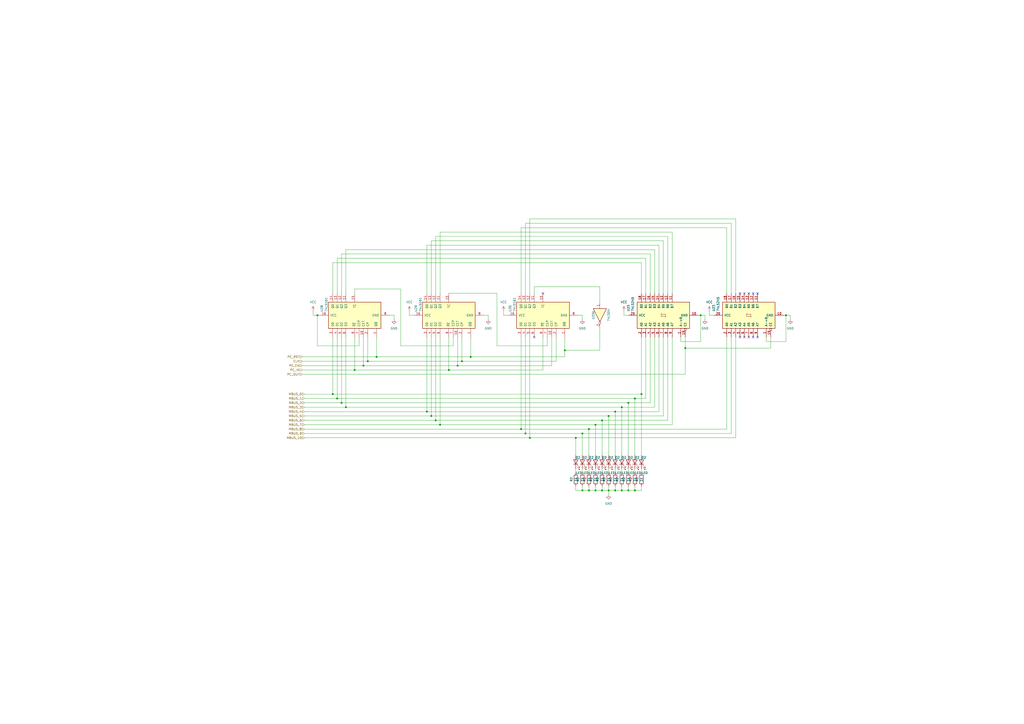
<source format=kicad_sch>
(kicad_sch (version 20230121) (generator eeschema)
  (paper "A2")
  (lib_symbols
    (symbol "74xx:74LS04"
      (property "Reference" "U" (at 0 1.27 0))
      (property "Value" "74LS04" (at 0 -1.27 0))
      (symbol "74LS04_1_0"
        (polyline (pts (xy -3.81 3.81) (xy -3.81 -3.81) (xy 3.81 0) (xy -3.81 3.81)) (stroke (width 0.254)) (fill (type background)))
        (pin input line (at -7.62 0 0) (length 3.81) (name "~") (number "1"))
        (pin output inverted (at 7.62 0 180) (length 3.81) (name "~") (number "2"))
      )
      (symbol "74LS04_2_0"
        (polyline (pts (xy -3.81 3.81) (xy -3.81 -3.81) (xy 3.81 0) (xy -3.81 3.81)) (stroke (width 0.254)) (fill (type background)))
        (pin input line (at -7.62 0 0) (length 3.81) (name "~") (number "3"))
        (pin output inverted (at 7.62 0 180) (length 3.81) (name "~") (number "4"))
      )
      (symbol "74LS04_3_0"
        (polyline (pts (xy -3.81 3.81) (xy -3.81 -3.81) (xy 3.81 0) (xy -3.81 3.81)) (stroke (width 0.254)) (fill (type background)))
        (pin input line (at -7.62 0 0) (length 3.81) (name "~") (number "5"))
        (pin output inverted (at 7.62 0 180) (length 3.81) (name "~") (number "6"))
      )
      (symbol "74LS04_4_0"
        (polyline (pts (xy -3.81 3.81) (xy -3.81 -3.81) (xy 3.81 0) (xy -3.81 3.81)) (stroke (width 0.254)) (fill (type background)))
        (pin output inverted (at 7.62 0 180) (length 3.81) (name "~") (number "8"))
        (pin input line (at -7.62 0 0) (length 3.81) (name "~") (number "9"))
      )
      (symbol "74LS04_5_0"
        (polyline (pts (xy -3.81 3.81) (xy -3.81 -3.81) (xy 3.81 0) (xy -3.81 3.81)) (stroke (width 0.254)) (fill (type background)))
        (pin output inverted (at 7.62 0 180) (length 3.81) (name "~") (number "10"))
        (pin input line (at -7.62 0 0) (length 3.81) (name "~") (number "11"))
      )
      (symbol "74LS04_6_0"
        (polyline (pts (xy -3.81 3.81) (xy -3.81 -3.81) (xy 3.81 0) (xy -3.81 3.81)) (stroke (width 0.254)) (fill (type background)))
        (pin output inverted (at 7.62 0 180) (length 3.81) (name "~") (number "12"))
        (pin input line (at -7.62 0 0) (length 3.81) (name "~") (number "13"))
      )
      (symbol "74LS04_7_0"
        (pin power_in line (at 0 12.7 270) (length 5.08) (name "VCC") (number "14"))
        (pin power_in line (at 0 -12.7 90) (length 5.08) (name "GND") (number "7"))
      )
      (symbol "74LS04_7_1"
        (rectangle (start -5.08 7.62) (end 5.08 -7.62) (stroke (width 0.254)) (fill (type background)))
      )
    )
    (symbol "74xx:74LS161" (pin_names (offset 1.016))
      (property "Reference" "U" (at -7.62 16.51 0))
      (property "Value" "74LS161" (at -7.62 -16.51 0))
      (symbol "74LS161_1_0"
        (pin input line (at -12.7 -12.7 0) (length 5.08) (name "~{MR}") (number "1"))
        (pin input line (at -12.7 -5.08 0) (length 5.08) (name "CET") (number "10"))
        (pin output line (at 12.7 5.08 180) (length 5.08) (name "Q3") (number "11"))
        (pin output line (at 12.7 7.62 180) (length 5.08) (name "Q2") (number "12"))
        (pin output line (at 12.7 10.16 180) (length 5.08) (name "Q1") (number "13"))
        (pin output line (at 12.7 12.7 180) (length 5.08) (name "Q0") (number "14"))
        (pin output line (at 12.7 0 180) (length 5.08) (name "TC") (number "15"))
        (pin power_in line (at 0 20.32 270) (length 5.08) (name "VCC") (number "16"))
        (pin input line (at -12.7 -7.62 0) (length 5.08) (name "CP") (number "2"))
        (pin input line (at -12.7 12.7 0) (length 5.08) (name "D0") (number "3"))
        (pin input line (at -12.7 10.16 0) (length 5.08) (name "D1") (number "4"))
        (pin input line (at -12.7 7.62 0) (length 5.08) (name "D2") (number "5"))
        (pin input line (at -12.7 5.08 0) (length 5.08) (name "D3") (number "6"))
        (pin input line (at -12.7 -2.54 0) (length 5.08) (name "CEP") (number "7"))
        (pin power_in line (at 0 -20.32 90) (length 5.08) (name "GND") (number "8"))
        (pin input line (at -12.7 0 0) (length 5.08) (name "~{PE}") (number "9"))
      )
      (symbol "74LS161_1_1"
        (rectangle (start -7.62 15.24) (end 7.62 -15.24) (stroke (width 0.254)) (fill (type background)))
      )
    )
    (symbol "74xx:74LS245" (pin_names (offset 1.016))
      (property "Reference" "U" (at -7.62 16.51 0))
      (property "Value" "74LS245" (at -7.62 -16.51 0))
      (symbol "74LS245_1_0"
        (polyline (pts (xy -0.635 -1.27) (xy -0.635 1.27) (xy 0.635 1.27)))
        (polyline (pts (xy -1.27 -1.27) (xy 0.635 -1.27) (xy 0.635 1.27) (xy 1.27 1.27)))
        (pin input line (at -12.7 -10.16 0) (length 5.08) (name "A->B") (number "1"))
        (pin power_in line (at 0 -20.32 90) (length 5.08) (name "GND") (number "10"))
        (pin tri_state line (at 12.7 -5.08 180) (length 5.08) (name "B7") (number "11"))
        (pin tri_state line (at 12.7 -2.54 180) (length 5.08) (name "B6") (number "12"))
        (pin tri_state line (at 12.7 0 180) (length 5.08) (name "B5") (number "13"))
        (pin tri_state line (at 12.7 2.54 180) (length 5.08) (name "B4") (number "14"))
        (pin tri_state line (at 12.7 5.08 180) (length 5.08) (name "B3") (number "15"))
        (pin tri_state line (at 12.7 7.62 180) (length 5.08) (name "B2") (number "16"))
        (pin tri_state line (at 12.7 10.16 180) (length 5.08) (name "B1") (number "17"))
        (pin tri_state line (at 12.7 12.7 180) (length 5.08) (name "B0") (number "18"))
        (pin input inverted (at -12.7 -12.7 0) (length 5.08) (name "CE") (number "19"))
        (pin tri_state line (at -12.7 12.7 0) (length 5.08) (name "A0") (number "2"))
        (pin power_in line (at 0 20.32 270) (length 5.08) (name "VCC") (number "20"))
        (pin tri_state line (at -12.7 10.16 0) (length 5.08) (name "A1") (number "3"))
        (pin tri_state line (at -12.7 7.62 0) (length 5.08) (name "A2") (number "4"))
        (pin tri_state line (at -12.7 5.08 0) (length 5.08) (name "A3") (number "5"))
        (pin tri_state line (at -12.7 2.54 0) (length 5.08) (name "A4") (number "6"))
        (pin tri_state line (at -12.7 0 0) (length 5.08) (name "A5") (number "7"))
        (pin tri_state line (at -12.7 -2.54 0) (length 5.08) (name "A6") (number "8"))
        (pin tri_state line (at -12.7 -5.08 0) (length 5.08) (name "A7") (number "9"))
      )
      (symbol "74LS245_1_1"
        (rectangle (start -7.62 15.24) (end 7.62 -15.24) (stroke (width 0.254)) (fill (type background)))
      )
    )
    (symbol "Device:LED" (pin_numbers hide) (pin_names (offset 1.016) hide)
      (property "Reference" "D" (at 0 2.54 0))
      (property "Value" "LED" (at 0 -2.54 0))
      (symbol "LED_0_1"
        (polyline (pts (xy -1.27 -1.27) (xy -1.27 1.27)) (stroke (width 0.254)))
        (polyline (pts (xy -1.27 0) (xy 1.27 0)))
        (polyline (pts (xy 1.27 -1.27) (xy 1.27 1.27) (xy -1.27 0) (xy 1.27 -1.27)) (stroke (width 0.254)))
        (polyline (pts (xy -3.048 -0.762) (xy -4.572 -2.286) (xy -3.81 -2.286) (xy -4.572 -2.286) (xy -4.572 -1.524)))
        (polyline (pts (xy -1.778 -0.762) (xy -3.302 -2.286) (xy -2.54 -2.286) (xy -3.302 -2.286) (xy -3.302 -1.524)))
      )
      (symbol "LED_1_1"
        (pin passive line (at -3.81 0 0) (length 2.54) (name "K") (number "1"))
        (pin passive line (at 3.81 0 180) (length 2.54) (name "A") (number "2"))
      )
    )
    (symbol "Device:R" (pin_numbers hide) (pin_names (offset 0))
      (property "Reference" "R" (at 2.032 0 90))
      (property "Value" "R" (at 0 0 90))
      (symbol "R_0_1"
        (rectangle (start -1.016 -2.54) (end 1.016 2.54) (stroke (width 0.254)))
      )
      (symbol "R_1_1"
        (pin passive line (at 0 3.81 270) (length 1.27) (name "~") (number "1"))
        (pin passive line (at 0 -3.81 90) (length 1.27) (name "~") (number "2"))
      )
    )
    (symbol "power:GND" (power) (pin_names (offset 0))
      (property "Value" "GND" (at 0 -3.81 0))
      (symbol "GND_0_1"
        (polyline (pts (xy 0 0) (xy 0 -1.27) (xy 1.27 -1.27) (xy 0 -2.54) (xy -1.27 -1.27) (xy 0 -1.27)))
      )
      (symbol "GND_1_1"
        (pin power_in line (at 0 0 270) (length 0) hide (name "GND") (number "1"))
      )
    )
    (symbol "power:VCC" (power) (pin_names (offset 0))
      (property "Value" "VCC" (at 0 3.81 0))
      (symbol "VCC_0_1"
        (polyline (pts (xy -0.762 1.27) (xy 0 2.54)))
        (polyline (pts (xy 0 0) (xy 0 2.54)))
        (polyline (pts (xy 0 2.54) (xy 0.762 1.27)))
      )
      (symbol "VCC_1_1"
        (pin power_in line (at 0 0 90) (length 0) hide (name "VCC") (number "1"))
      )
    )
  )
  (junction (at 210.82 212.09))
  (junction (at 250.19 241.3))
  (junction (at 341.63 284.48))
  (junction (at 255.27 246.38))
  (junction (at 356.87 238.76))
  (junction (at 368.3 231.14))
  (junction (at 205.74 214.63))
  (junction (at 364.49 233.68))
  (junction (at 304.8 251.46))
  (junction (at 397.51 201.93))
  (junction (at 252.73 243.84))
  (junction (at 193.04 228.6))
  (junction (at 213.36 209.55))
  (junction (at 184.15 182.88))
  (junction (at 360.68 236.22))
  (junction (at 356.87 284.48))
  (junction (at 349.25 243.84))
  (junction (at 345.44 246.38))
  (junction (at 364.49 284.48))
  (junction (at 368.3 284.48))
  (junction (at 372.11 228.6))
  (junction (at 353.06 241.3))
  (junction (at 218.44 207.01))
  (junction (at 337.82 251.46))
  (junction (at 341.63 248.92))
  (junction (at 267.97 209.55))
  (junction (at 360.68 284.48))
  (junction (at 247.65 238.76))
  (junction (at 353.06 284.48))
  (junction (at 265.43 212.09))
  (junction (at 195.58 231.14))
  (junction (at 334.01 254))
  (junction (at 327.66 203.2))
  (junction (at 455.93 182.88))
  (junction (at 198.12 233.68))
  (junction (at 349.25 284.48))
  (junction (at 307.34 254))
  (junction (at 273.05 207.01))
  (junction (at 406.4 182.88))
  (junction (at 260.35 214.63))
  (junction (at 200.66 236.22))
  (junction (at 345.44 284.48))
  (junction (at 337.82 284.48))
  (junction (at 302.26 248.92))
  (no_connect (at 309.88 195.58))
  (no_connect (at 434.34 170.18))
  (no_connect (at 439.42 195.58))
  (no_connect (at 434.34 195.58))
  (no_connect (at 429.26 195.58))
  (no_connect (at 436.88 195.58))
  (no_connect (at 429.26 170.18))
  (no_connect (at 436.88 170.18))
  (no_connect (at 439.42 170.18))
  (no_connect (at 314.96 170.18))
  (no_connect (at 431.8 170.18))
  (no_connect (at 431.8 195.58))
  (wire (pts (xy 210.82 212.09) (xy 265.43 212.09)))
  (wire (pts (xy 181.61 182.88) (xy 181.61 180.34)))
  (wire (pts (xy 252.73 137.16) (xy 387.35 137.16)))
  (wire (pts (xy 288.29 200.66) (xy 317.5 200.66)))
  (wire (pts (xy 372.11 152.4) (xy 372.11 170.18)))
  (wire (pts (xy 218.44 195.58) (xy 218.44 207.01)))
  (wire (pts (xy 345.44 246.38) (xy 255.27 246.38)))
  (wire (pts (xy 218.44 207.01) (xy 273.05 207.01)))
  (wire (pts (xy 349.25 281.94) (xy 349.25 284.48)))
  (wire (pts (xy 387.35 137.16) (xy 387.35 170.18)))
  (wire (pts (xy 320.04 212.09) (xy 320.04 195.58)))
  (wire (pts (xy 247.65 170.18) (xy 247.65 142.24)))
  (wire (pts (xy 426.72 127) (xy 426.72 170.18)))
  (wire (pts (xy 213.36 209.55) (xy 213.36 195.58)))
  (wire (pts (xy 193.04 195.58) (xy 193.04 228.6)))
  (wire (pts (xy 458.47 182.88) (xy 455.93 182.88)))
  (wire (pts (xy 368.3 284.48) (xy 372.11 284.48)))
  (wire (pts (xy 267.97 209.55) (xy 213.36 209.55)))
  (wire (pts (xy 184.15 200.66) (xy 208.28 200.66)))
  (wire (pts (xy 458.47 185.42) (xy 458.47 182.88)))
  (wire (pts (xy 237.49 180.34) (xy 237.49 182.88)))
  (wire (pts (xy 247.65 238.76) (xy 356.87 238.76)))
  (wire (pts (xy 255.27 134.62) (xy 255.27 170.18)))
  (wire (pts (xy 250.19 241.3) (xy 353.06 241.3)))
  (wire (pts (xy 247.65 142.24) (xy 382.27 142.24)))
  (wire (pts (xy 205.74 195.58) (xy 205.74 214.63)))
  (wire (pts (xy 406.4 198.12) (xy 406.4 182.88)))
  (wire (pts (xy 353.06 264.16) (xy 353.06 241.3)))
  (wire (pts (xy 444.5 198.12) (xy 455.93 198.12)))
  (wire (pts (xy 349.25 243.84) (xy 349.25 264.16)))
  (wire (pts (xy 394.97 195.58) (xy 394.97 198.12)))
  (wire (pts (xy 341.63 248.92) (xy 421.64 248.92)))
  (wire (pts (xy 374.65 231.14) (xy 368.3 231.14)))
  (wire (pts (xy 424.18 195.58) (xy 424.18 251.46)))
  (wire (pts (xy 198.12 147.32) (xy 377.19 147.32)))
  (wire (pts (xy 353.06 271.78) (xy 353.06 274.32)))
  (wire (pts (xy 411.48 182.88) (xy 414.02 182.88)))
  (wire (pts (xy 345.44 271.78) (xy 345.44 274.32)))
  (wire (pts (xy 424.18 129.54) (xy 304.8 129.54)))
  (wire (pts (xy 360.68 281.94) (xy 360.68 284.48)))
  (wire (pts (xy 205.74 167.64) (xy 232.41 167.64)))
  (wire (pts (xy 181.61 182.88) (xy 184.15 182.88)))
  (wire (pts (xy 372.11 228.6) (xy 372.11 195.58)))
  (wire (pts (xy 288.29 170.18) (xy 288.29 200.66)))
  (wire (pts (xy 176.53 248.92) (xy 302.26 248.92)))
  (wire (pts (xy 341.63 264.16) (xy 341.63 248.92)))
  (wire (pts (xy 334.01 271.78) (xy 334.01 274.32)))
  (wire (pts (xy 307.34 127) (xy 426.72 127)))
  (wire (pts (xy 304.8 251.46) (xy 176.53 251.46)))
  (wire (pts (xy 356.87 271.78) (xy 356.87 274.32)))
  (wire (pts (xy 250.19 139.7) (xy 250.19 170.18)))
  (wire (pts (xy 262.89 200.66) (xy 262.89 195.58)))
  (wire (pts (xy 337.82 281.94) (xy 337.82 284.48)))
  (wire (pts (xy 337.82 284.48) (xy 341.63 284.48)))
  (wire (pts (xy 302.26 132.08) (xy 421.64 132.08)))
  (wire (pts (xy 265.43 212.09) (xy 265.43 195.58)))
  (wire (pts (xy 184.15 182.88) (xy 184.15 200.66)))
  (wire (pts (xy 374.65 149.86) (xy 195.58 149.86)))
  (wire (pts (xy 372.11 228.6) (xy 372.11 264.16)))
  (wire (pts (xy 334.01 281.94) (xy 334.01 284.48)))
  (wire (pts (xy 411.48 180.34) (xy 411.48 182.88)))
  (wire (pts (xy 267.97 209.55) (xy 267.97 195.58)))
  (wire (pts (xy 334.01 284.48) (xy 337.82 284.48)))
  (wire (pts (xy 228.6 182.88) (xy 226.06 182.88)))
  (wire (pts (xy 198.12 195.58) (xy 198.12 233.68)))
  (wire (pts (xy 302.26 170.18) (xy 302.26 132.08)))
  (wire (pts (xy 364.49 281.94) (xy 364.49 284.48)))
  (wire (pts (xy 260.35 214.63) (xy 314.96 214.63)))
  (wire (pts (xy 273.05 207.01) (xy 273.05 195.58)))
  (wire (pts (xy 175.26 217.17) (xy 397.51 217.17)))
  (wire (pts (xy 347.98 203.2) (xy 327.66 203.2)))
  (wire (pts (xy 193.04 228.6) (xy 372.11 228.6)))
  (wire (pts (xy 176.53 246.38) (xy 255.27 246.38)))
  (wire (pts (xy 361.95 182.88) (xy 364.49 182.88)))
  (wire (pts (xy 374.65 170.18) (xy 374.65 149.86)))
  (wire (pts (xy 364.49 233.68) (xy 377.19 233.68)))
  (wire (pts (xy 345.44 281.94) (xy 345.44 284.48)))
  (wire (pts (xy 292.1 182.88) (xy 294.64 182.88)))
  (wire (pts (xy 307.34 170.18) (xy 307.34 127)))
  (wire (pts (xy 364.49 271.78) (xy 364.49 274.32)))
  (wire (pts (xy 334.01 254) (xy 426.72 254)))
  (wire (pts (xy 455.93 182.88) (xy 454.66 182.88)))
  (wire (pts (xy 232.41 200.66) (xy 262.89 200.66)))
  (wire (pts (xy 361.95 182.88) (xy 361.95 180.34)))
  (wire (pts (xy 374.65 195.58) (xy 374.65 231.14)))
  (wire (pts (xy 283.21 182.88) (xy 280.67 182.88)))
  (wire (pts (xy 252.73 195.58) (xy 252.73 243.84)))
  (wire (pts (xy 205.74 214.63) (xy 260.35 214.63)))
  (wire (pts (xy 307.34 195.58) (xy 307.34 254)))
  (wire (pts (xy 377.19 233.68) (xy 377.19 195.58)))
  (wire (pts (xy 360.68 284.48) (xy 364.49 284.48)))
  (wire (pts (xy 426.72 254) (xy 426.72 195.58)))
  (wire (pts (xy 273.05 207.01) (xy 327.66 207.01)))
  (wire (pts (xy 200.66 236.22) (xy 176.53 236.22)))
  (wire (pts (xy 394.97 198.12) (xy 406.4 198.12)))
  (wire (pts (xy 360.68 236.22) (xy 360.68 264.16)))
  (wire (pts (xy 317.5 200.66) (xy 317.5 195.58)))
  (wire (pts (xy 267.97 209.55) (xy 322.58 209.55)))
  (wire (pts (xy 379.73 195.58) (xy 379.73 236.22)))
  (wire (pts (xy 389.89 134.62) (xy 255.27 134.62)))
  (wire (pts (xy 210.82 195.58) (xy 210.82 212.09)))
  (wire (pts (xy 200.66 144.78) (xy 200.66 170.18)))
  (wire (pts (xy 327.66 207.01) (xy 327.66 203.2)))
  (wire (pts (xy 193.04 152.4) (xy 372.11 152.4)))
  (wire (pts (xy 302.26 248.92) (xy 341.63 248.92)))
  (wire (pts (xy 372.11 271.78) (xy 372.11 274.32)))
  (wire (pts (xy 327.66 203.2) (xy 327.66 195.58)))
  (wire (pts (xy 389.89 195.58) (xy 389.89 246.38)))
  (wire (pts (xy 356.87 264.16) (xy 356.87 238.76)))
  (wire (pts (xy 368.3 281.94) (xy 368.3 284.48)))
  (wire (pts (xy 356.87 281.94) (xy 356.87 284.48)))
  (wire (pts (xy 176.53 254) (xy 307.34 254)))
  (wire (pts (xy 195.58 149.86) (xy 195.58 170.18)))
  (wire (pts (xy 421.64 248.92) (xy 421.64 195.58)))
  (wire (pts (xy 353.06 284.48) (xy 353.06 287.02)))
  (wire (pts (xy 252.73 243.84) (xy 349.25 243.84)))
  (wire (pts (xy 368.3 231.14) (xy 195.58 231.14)))
  (wire (pts (xy 304.8 129.54) (xy 304.8 170.18)))
  (wire (pts (xy 447.04 201.93) (xy 447.04 195.58)))
  (wire (pts (xy 252.73 170.18) (xy 252.73 137.16)))
  (wire (pts (xy 408.94 182.88) (xy 406.4 182.88)))
  (wire (pts (xy 250.19 241.3) (xy 176.53 241.3)))
  (wire (pts (xy 353.06 281.94) (xy 353.06 284.48)))
  (wire (pts (xy 176.53 228.6) (xy 193.04 228.6)))
  (wire (pts (xy 292.1 180.34) (xy 292.1 182.88)))
  (wire (pts (xy 176.53 231.14) (xy 195.58 231.14)))
  (wire (pts (xy 397.51 195.58) (xy 397.51 201.93)))
  (wire (pts (xy 334.01 254) (xy 334.01 264.16)))
  (wire (pts (xy 195.58 231.14) (xy 195.58 195.58)))
  (wire (pts (xy 260.35 214.63) (xy 260.35 195.58)))
  (wire (pts (xy 307.34 254) (xy 334.01 254)))
  (wire (pts (xy 349.25 271.78) (xy 349.25 274.32)))
  (wire (pts (xy 384.81 170.18) (xy 384.81 139.7)))
  (wire (pts (xy 372.11 284.48) (xy 372.11 281.94)))
  (wire (pts (xy 382.27 238.76) (xy 382.27 195.58)))
  (wire (pts (xy 349.25 243.84) (xy 387.35 243.84)))
  (wire (pts (xy 387.35 243.84) (xy 387.35 195.58)))
  (wire (pts (xy 198.12 233.68) (xy 364.49 233.68)))
  (wire (pts (xy 250.19 195.58) (xy 250.19 241.3)))
  (wire (pts (xy 377.19 147.32) (xy 377.19 170.18)))
  (wire (pts (xy 237.49 182.88) (xy 240.03 182.88)))
  (wire (pts (xy 379.73 144.78) (xy 200.66 144.78)))
  (wire (pts (xy 205.74 170.18) (xy 205.74 167.64)))
  (wire (pts (xy 397.51 217.17) (xy 397.51 201.93)))
  (wire (pts (xy 337.82 251.46) (xy 337.82 264.16)))
  (wire (pts (xy 252.73 243.84) (xy 176.53 243.84)))
  (wire (pts (xy 424.18 170.18) (xy 424.18 129.54)))
  (wire (pts (xy 379.73 170.18) (xy 379.73 144.78)))
  (wire (pts (xy 184.15 182.88) (xy 185.42 182.88)))
  (wire (pts (xy 444.5 195.58) (xy 444.5 198.12)))
  (wire (pts (xy 389.89 170.18) (xy 389.89 134.62)))
  (wire (pts (xy 347.98 190.5) (xy 347.98 203.2)))
  (wire (pts (xy 175.26 214.63) (xy 205.74 214.63)))
  (wire (pts (xy 347.98 166.37) (xy 309.88 166.37)))
  (wire (pts (xy 349.25 284.48) (xy 353.06 284.48)))
  (wire (pts (xy 175.26 209.55) (xy 213.36 209.55)))
  (wire (pts (xy 345.44 246.38) (xy 345.44 264.16)))
  (wire (pts (xy 424.18 251.46) (xy 337.82 251.46)))
  (wire (pts (xy 198.12 170.18) (xy 198.12 147.32)))
  (wire (pts (xy 309.88 166.37) (xy 309.88 170.18)))
  (wire (pts (xy 455.93 198.12) (xy 455.93 182.88)))
  (wire (pts (xy 389.89 246.38) (xy 345.44 246.38)))
  (wire (pts (xy 265.43 212.09) (xy 320.04 212.09)))
  (wire (pts (xy 347.98 175.26) (xy 347.98 166.37)))
  (wire (pts (xy 175.26 207.01) (xy 218.44 207.01)))
  (wire (pts (xy 175.26 212.09) (xy 210.82 212.09)))
  (wire (pts (xy 353.06 241.3) (xy 384.81 241.3)))
  (wire (pts (xy 421.64 132.08) (xy 421.64 170.18)))
  (wire (pts (xy 382.27 142.24) (xy 382.27 170.18)))
  (wire (pts (xy 176.53 238.76) (xy 247.65 238.76)))
  (wire (pts (xy 384.81 139.7) (xy 250.19 139.7)))
  (wire (pts (xy 356.87 284.48) (xy 360.68 284.48)))
  (wire (pts (xy 356.87 238.76) (xy 382.27 238.76)))
  (wire (pts (xy 368.3 271.78) (xy 368.3 274.32)))
  (wire (pts (xy 314.96 214.63) (xy 314.96 195.58)))
  (wire (pts (xy 283.21 185.42) (xy 283.21 182.88)))
  (wire (pts (xy 341.63 284.48) (xy 345.44 284.48)))
  (wire (pts (xy 322.58 209.55) (xy 322.58 195.58)))
  (wire (pts (xy 247.65 238.76) (xy 247.65 195.58)))
  (wire (pts (xy 341.63 281.94) (xy 341.63 284.48)))
  (wire (pts (xy 368.3 231.14) (xy 368.3 264.16)))
  (wire (pts (xy 345.44 284.48) (xy 349.25 284.48)))
  (wire (pts (xy 337.82 182.88) (xy 335.28 182.88)))
  (wire (pts (xy 200.66 236.22) (xy 360.68 236.22)))
  (wire (pts (xy 353.06 284.48) (xy 356.87 284.48)))
  (wire (pts (xy 200.66 195.58) (xy 200.66 236.22)))
  (wire (pts (xy 255.27 246.38) (xy 255.27 195.58)))
  (wire (pts (xy 397.51 201.93) (xy 447.04 201.93)))
  (wire (pts (xy 408.94 185.42) (xy 408.94 182.88)))
  (wire (pts (xy 360.68 236.22) (xy 379.73 236.22)))
  (wire (pts (xy 341.63 271.78) (xy 341.63 274.32)))
  (wire (pts (xy 260.35 170.18) (xy 288.29 170.18)))
  (wire (pts (xy 232.41 167.64) (xy 232.41 200.66)))
  (wire (pts (xy 360.68 271.78) (xy 360.68 274.32)))
  (wire (pts (xy 364.49 284.48) (xy 368.3 284.48)))
  (wire (pts (xy 337.82 185.42) (xy 337.82 182.88)))
  (wire (pts (xy 193.04 170.18) (xy 193.04 152.4)))
  (wire (pts (xy 406.4 182.88) (xy 405.13 182.88)))
  (wire (pts (xy 337.82 251.46) (xy 304.8 251.46)))
  (wire (pts (xy 304.8 195.58) (xy 304.8 251.46)))
  (wire (pts (xy 364.49 233.68) (xy 364.49 264.16)))
  (wire (pts (xy 208.28 200.66) (xy 208.28 195.58)))
  (wire (pts (xy 302.26 195.58) (xy 302.26 248.92)))
  (wire (pts (xy 384.81 195.58) (xy 384.81 241.3)))
  (wire (pts (xy 176.53 233.68) (xy 198.12 233.68)))
  (wire (pts (xy 228.6 185.42) (xy 228.6 182.88)))
  (wire (pts (xy 337.82 271.78) (xy 337.82 274.32)))
  (hierarchical_label "MBUS_6" (shape input) (at 176.53 243.84 180))
  (hierarchical_label "MBUS_7" (shape input) (at 176.53 246.38 180))
  (hierarchical_label "PC_RST" (shape input) (at 175.26 207.01 180))
  (hierarchical_label "MBUS_0" (shape input) (at 176.53 228.6 180))
  (hierarchical_label "PC_EN" (shape input) (at 175.26 212.09 180))
  (hierarchical_label "MBUS_2" (shape input) (at 176.53 233.68 180))
  (hierarchical_label "CLK" (shape input) (at 175.26 209.55 180))
  (hierarchical_label "MBUS_10" (shape input) (at 176.53 254 180))
  (hierarchical_label "MBUS_9" (shape input) (at 176.53 251.46 180))
  (hierarchical_label "MBUS_4" (shape input) (at 176.53 238.76 180))
  (hierarchical_label "PC_IN" (shape input) (at 175.26 214.63 180))
  (hierarchical_label "PC_OUT" (shape input) (at 175.26 217.17 180))
  (hierarchical_label "MBUS_3" (shape input) (at 176.53 236.22 180))
  (hierarchical_label "MBUS_1" (shape input) (at 176.53 231.14 180))
  (hierarchical_label "MBUS_8" (shape input) (at 176.53 248.92 180))
  (hierarchical_label "MBUS_5" (shape input) (at 176.53 241.3 180))
  (symbol (lib_id "Device:LED") (at 372.11 267.97 90) (unit 1)
    (property "Reference" "D2" (at 372.11 265.43 90) (effects (justify right)))
    (property "Value" "LED" (at 372.11 274.32 90) (effects (justify right)))
    (instances (project "schematics" (path "" (reference "D2") (unit 1)) (path "" (reference "D10") (unit 1)) (path "" (reference "D18") (unit 1)) (path "" (reference "D42") (unit 1)) (path "" (reference "D53") (unit 1)) (path "" (reference "D66") (unit 1))))
  )
  (symbol (lib_id "Device:R") (at 364.49 278.13 0) (unit 1)
    (property "Reference" "R2" (at 361.95 279.4 90) (effects (justify left)))
    (property "Value" "1k" (at 364.49 279.4 90) (effects (justify left)))
    (instances (project "schematics" (path "" (reference "R2") (unit 1)) (path "" (reference "R10") (unit 1)) (path "" (reference "R18") (unit 1)) (path "" (reference "R42") (unit 1)) (path "" (reference "R51") (unit 1)) (path "" (reference "R70") (unit 1))))
  )
  (symbol (lib_id "Device:R") (at 372.11 278.13 0) (unit 1)
    (property "Reference" "R2" (at 369.57 279.4 90) (effects (justify left)))
    (property "Value" "1k" (at 372.11 279.4 90) (effects (justify left)))
    (instances (project "schematics" (path "" (reference "R2") (unit 1)) (path "" (reference "R10") (unit 1)) (path "" (reference "R18") (unit 1)) (path "" (reference "R42") (unit 1)) (path "" (reference "R53") (unit 1)) (path "" (reference "R72") (unit 1))))
  )
  (symbol (lib_id "Device:LED") (at 353.06 267.97 90) (unit 1)
    (property "Reference" "D2" (at 353.06 265.43 90) (effects (justify right)))
    (property "Value" "LED" (at 353.06 274.32 90) (effects (justify right)))
    (instances (project "schematics" (path "" (reference "D2") (unit 1)) (path "" (reference "D10") (unit 1)) (path "" (reference "D18") (unit 1)) (path "" (reference "D42") (unit 1)) (path "" (reference "D48") (unit 1)) (path "" (reference "D61") (unit 1))))
  )
  (symbol (lib_id "Device:LED") (at 364.49 267.97 90) (unit 1)
    (property "Reference" "D2" (at 364.49 265.43 90) (effects (justify right)))
    (property "Value" "LED" (at 364.49 274.32 90) (effects (justify right)))
    (instances (project "schematics" (path "" (reference "D2") (unit 1)) (path "" (reference "D10") (unit 1)) (path "" (reference "D18") (unit 1)) (path "" (reference "D42") (unit 1)) (path "" (reference "D51") (unit 1)) (path "" (reference "D64") (unit 1))))
  )
  (symbol (lib_id "74xx:74LS245") (at 434.34 182.88 90) (unit 1)
    (property "Reference" "U23" (at 414.02 180.6859 0) (effects (justify left)))
    (property "Value" "74LS245" (at 416.56 180.6859 0) (effects (justify left)))
    (property "Datasheet" "http://www.ti.com/lit/gpn/sn74LS245" (effects hide))
    (instances (project "schematics" (path "" (reference "U23") (unit 1)) (path "" (reference "U32") (unit 1))))
  )
  (symbol (lib_id "Device:R") (at 368.3 278.13 0) (unit 1)
    (property "Reference" "R2" (at 365.76 279.4 90) (effects (justify left)))
    (property "Value" "1k" (at 368.3 279.4 90) (effects (justify left)))
    (instances (project "schematics" (path "" (reference "R2") (unit 1)) (path "" (reference "R10") (unit 1)) (path "" (reference "R18") (unit 1)) (path "" (reference "R42") (unit 1)) (path "" (reference "R52") (unit 1)) (path "" (reference "R71") (unit 1))))
  )
  (symbol (lib_id "74xx:74LS161") (at 260.35 182.88 90) (unit 1)
    (property "Reference" "U29" (at 241.3 180.9241 0) (effects (justify left)))
    (property "Value" "74LS161" (at 243.84 180.9241 0) (effects (justify left)))
    (property "Datasheet" "http://www.ti.com/lit/gpn/sn74LS161" (effects hide))
  )
  (symbol (lib_id "power:VCC") (at 411.48 180.34 0) (unit 1)
    (property "Reference" "#PWR054" (effects hide))
    (property "Value" "VCC" (at 411.48 175.26 0))
  )
  (symbol (lib_id "Device:LED") (at 356.87 267.97 90) (unit 1)
    (property "Reference" "D2" (at 356.87 265.43 90) (effects (justify right)))
    (property "Value" "LED" (at 356.87 274.32 90) (effects (justify right)))
    (instances (project "schematics" (path "" (reference "D2") (unit 1)) (path "" (reference "D10") (unit 1)) (path "" (reference "D18") (unit 1)) (path "" (reference "D42") (unit 1)) (path "" (reference "D49") (unit 1)) (path "" (reference "D62") (unit 1))))
  )
  (symbol (lib_id "Device:R") (at 337.82 278.13 0) (unit 1)
    (property "Reference" "R2" (at 335.28 279.4 90) (effects (justify left)))
    (property "Value" "1k" (at 337.82 279.4 90) (effects (justify left)))
    (instances (project "schematics" (path "" (reference "R2") (unit 1)) (path "" (reference "R10") (unit 1)) (path "" (reference "R18") (unit 1)) (path "" (reference "R42") (unit 1)) (path "" (reference "R46") (unit 1)) (path "" (reference "R63") (unit 1))))
  )
  (symbol (lib_id "power:GND") (at 228.6 185.42 0) (unit 1)
    (property "Reference" "#PWR058" (effects hide))
    (property "Value" "GND" (at 228.6 190.5 0))
  )
  (symbol (lib_id "74xx:74LS04") (at 347.98 182.88 270) (unit 1)
    (property "Reference" "U33" (at 344.17 182.88 0))
    (property "Value" "74LS04" (at 353.06 182.88 0))
    (property "Datasheet" "http://www.ti.com/lit/gpn/sn74LS04" (effects hide))
  )
  (symbol (lib_id "power:VCC") (at 181.61 180.34 0) (unit 1)
    (property "Reference" "#PWR052" (effects hide))
    (property "Value" "VCC" (at 181.61 175.26 0))
  )
  (symbol (lib_id "Device:R") (at 345.44 278.13 0) (unit 1)
    (property "Reference" "R2" (at 342.9 279.4 90) (effects (justify left)))
    (property "Value" "1k" (at 345.44 279.4 90) (effects (justify left)))
    (instances (project "schematics" (path "" (reference "R2") (unit 1)) (path "" (reference "R10") (unit 1)) (path "" (reference "R18") (unit 1)) (path "" (reference "R42") (unit 1)) (path "" (reference "R43") (unit 1)) (path "" (reference "R65") (unit 1))))
  )
  (symbol (lib_id "power:GND") (at 337.82 185.42 0) (unit 1)
    (property "Reference" "#PWR056" (effects hide))
    (property "Value" "GND" (at 337.82 190.5 0))
  )
  (symbol (lib_id "power:VCC") (at 361.95 180.34 0) (unit 1)
    (property "Reference" "#PWR053" (effects hide))
    (property "Value" "VCC" (at 361.95 175.26 0))
  )
  (symbol (lib_id "Device:LED") (at 345.44 267.97 90) (unit 1)
    (property "Reference" "D2" (at 345.44 265.43 90) (effects (justify right)))
    (property "Value" "LED" (at 345.44 274.32 90) (effects (justify right)))
    (instances (project "schematics" (path "" (reference "D2") (unit 1)) (path "" (reference "D10") (unit 1)) (path "" (reference "D18") (unit 1)) (path "" (reference "D42") (unit 1)) (path "" (reference "D44") (unit 1)) (path "" (reference "D59") (unit 1))))
  )
  (symbol (lib_id "74xx:74LS161") (at 314.96 182.88 90) (unit 1)
    (property "Reference" "U30" (at 295.91 180.9241 0) (effects (justify left)))
    (property "Value" "74LS161" (at 298.45 180.9241 0) (effects (justify left)))
    (property "Datasheet" "http://www.ti.com/lit/gpn/sn74LS161" (effects hide))
  )
  (symbol (lib_id "Device:LED") (at 349.25 267.97 90) (unit 1)
    (property "Reference" "D2" (at 349.25 265.43 90) (effects (justify right)))
    (property "Value" "LED" (at 349.25 274.32 90) (effects (justify right)))
    (instances (project "schematics" (path "" (reference "D2") (unit 1)) (path "" (reference "D10") (unit 1)) (path "" (reference "D18") (unit 1)) (path "" (reference "D42") (unit 1)) (path "" (reference "D47") (unit 1)) (path "" (reference "D60") (unit 1))))
  )
  (symbol (lib_id "power:GND") (at 408.94 185.42 0) (unit 1)
    (property "Reference" "#PWR059" (effects hide))
    (property "Value" "GND" (at 408.94 190.5 0))
  )
  (symbol (lib_id "Device:LED") (at 360.68 267.97 90) (unit 1)
    (property "Reference" "D2" (at 360.68 265.43 90) (effects (justify right)))
    (property "Value" "LED" (at 360.68 274.32 90) (effects (justify right)))
    (instances (project "schematics" (path "" (reference "D2") (unit 1)) (path "" (reference "D10") (unit 1)) (path "" (reference "D18") (unit 1)) (path "" (reference "D42") (unit 1)) (path "" (reference "D50") (unit 1)) (path "" (reference "D63") (unit 1))))
  )
  (symbol (lib_id "Device:LED") (at 368.3 267.97 90) (unit 1)
    (property "Reference" "D2" (at 368.3 265.43 90) (effects (justify right)))
    (property "Value" "LED" (at 368.3 274.32 90) (effects (justify right)))
    (instances (project "schematics" (path "" (reference "D2") (unit 1)) (path "" (reference "D10") (unit 1)) (path "" (reference "D18") (unit 1)) (path "" (reference "D42") (unit 1)) (path "" (reference "D52") (unit 1)) (path "" (reference "D65") (unit 1))))
  )
  (symbol (lib_id "power:GND") (at 283.21 185.42 0) (unit 1)
    (property "Reference" "#PWR055" (effects hide))
    (property "Value" "GND" (at 283.21 190.5 0))
  )
  (symbol (lib_id "power:GND") (at 353.06 287.02 0) (unit 1)
    (property "Reference" "#PWR036" (effects hide))
    (property "Value" "GND" (at 353.06 292.1 0))
    (instances (project "schematics" (path "" (reference "#PWR036") (unit 1)) (path "" (reference "#PWR060") (unit 1))))
  )
  (symbol (lib_id "Device:R") (at 334.01 278.13 0) (unit 1)
    (property "Reference" "R2" (at 331.47 279.4 90) (effects (justify left)))
    (property "Value" "1k" (at 334.01 279.4 90) (effects (justify left)))
    (instances (project "schematics" (path "" (reference "R2") (unit 1)) (path "" (reference "R10") (unit 1)) (path "" (reference "R18") (unit 1)) (path "" (reference "R42") (unit 1)) (path "" (reference "R45") (unit 1)) (path "" (reference "R62") (unit 1))))
  )
  (symbol (lib_id "Device:R") (at 356.87 278.13 0) (unit 1)
    (property "Reference" "R2" (at 354.33 279.4 90) (effects (justify left)))
    (property "Value" "1k" (at 356.87 279.4 90) (effects (justify left)))
    (instances (project "schematics" (path "" (reference "R2") (unit 1)) (path "" (reference "R10") (unit 1)) (path "" (reference "R18") (unit 1)) (path "" (reference "R42") (unit 1)) (path "" (reference "R49") (unit 1)) (path "" (reference "R68") (unit 1))))
  )
  (symbol (lib_id "power:VCC") (at 292.1 180.34 0) (unit 1)
    (property "Reference" "#PWR051" (effects hide))
    (property "Value" "VCC" (at 292.1 175.26 0))
  )
  (symbol (lib_id "Device:LED") (at 334.01 267.97 90) (unit 1)
    (property "Reference" "D2" (at 334.01 265.43 90) (effects (justify right)))
    (property "Value" "LED" (at 334.01 274.32 90) (effects (justify right)))
    (instances (project "schematics" (path "" (reference "D2") (unit 1)) (path "" (reference "D10") (unit 1)) (path "" (reference "D18") (unit 1)) (path "" (reference "D42") (unit 1)) (path "" (reference "D45") (unit 1)) (path "" (reference "D56") (unit 1))))
  )
  (symbol (lib_id "Device:R") (at 360.68 278.13 0) (unit 1)
    (property "Reference" "R2" (at 358.14 279.4 90) (effects (justify left)))
    (property "Value" "1k" (at 360.68 279.4 90) (effects (justify left)))
    (instances (project "schematics" (path "" (reference "R2") (unit 1)) (path "" (reference "R10") (unit 1)) (path "" (reference "R18") (unit 1)) (path "" (reference "R42") (unit 1)) (path "" (reference "R50") (unit 1)) (path "" (reference "R69") (unit 1))))
  )
  (symbol (lib_id "Device:LED") (at 337.82 267.97 90) (unit 1)
    (property "Reference" "D2" (at 337.82 265.43 90) (effects (justify right)))
    (property "Value" "LED" (at 337.82 274.32 90) (effects (justify right)))
    (instances (project "schematics" (path "" (reference "D2") (unit 1)) (path "" (reference "D10") (unit 1)) (path "" (reference "D18") (unit 1)) (path "" (reference "D42") (unit 1)) (path "" (reference "D46") (unit 1)) (path "" (reference "D57") (unit 1))))
  )
  (symbol (lib_id "Device:R") (at 349.25 278.13 0) (unit 1)
    (property "Reference" "R2" (at 346.71 279.4 90) (effects (justify left)))
    (property "Value" "1k" (at 349.25 279.4 90) (effects (justify left)))
    (instances (project "schematics" (path "" (reference "R2") (unit 1)) (path "" (reference "R10") (unit 1)) (path "" (reference "R18") (unit 1)) (path "" (reference "R42") (unit 1)) (path "" (reference "R47") (unit 1)) (path "" (reference "R66") (unit 1))))
  )
  (symbol (lib_id "Device:R") (at 353.06 278.13 0) (unit 1)
    (property "Reference" "R2" (at 350.52 279.4 90) (effects (justify left)))
    (property "Value" "1k" (at 353.06 279.4 90) (effects (justify left)))
    (instances (project "schematics" (path "" (reference "R2") (unit 1)) (path "" (reference "R10") (unit 1)) (path "" (reference "R18") (unit 1)) (path "" (reference "R42") (unit 1)) (path "" (reference "R48") (unit 1)) (path "" (reference "R67") (unit 1))))
  )
  (symbol (lib_id "74xx:74LS161") (at 205.74 182.88 90) (unit 1)
    (property "Reference" "U28" (at 186.69 180.9241 0) (effects (justify left)))
    (property "Value" "74LS161" (at 189.23 180.9241 0) (effects (justify left)))
    (property "Datasheet" "http://www.ti.com/lit/gpn/sn74LS161" (effects hide))
  )
  (symbol (lib_id "74xx:74LS245") (at 384.81 182.88 90) (unit 1)
    (property "Reference" "U23" (at 364.49 180.6859 0) (effects (justify left)))
    (property "Value" "74LS245" (at 367.03 180.6859 0) (effects (justify left)))
    (property "Datasheet" "http://www.ti.com/lit/gpn/sn74LS245" (effects hide))
    (instances (project "schematics" (path "" (reference "U23") (unit 1)) (path "" (reference "U31") (unit 1))))
  )
  (symbol (lib_id "Device:R") (at 341.63 278.13 0) (unit 1)
    (property "Reference" "R2" (at 339.09 279.4 90) (effects (justify left)))
    (property "Value" "1k" (at 341.63 279.4 90) (effects (justify left)))
    (instances (project "schematics" (path "" (reference "R2") (unit 1)) (path "" (reference "R10") (unit 1)) (path "" (reference "R18") (unit 1)) (path "" (reference "R42") (unit 1)) (path "" (reference "R44") (unit 1)) (path "" (reference "R64") (unit 1))))
  )
  (symbol (lib_id "power:GND") (at 458.47 185.42 0) (unit 1)
    (property "Reference" "#PWR057" (effects hide))
    (property "Value" "GND" (at 458.47 190.5 0))
  )
  (symbol (lib_id "power:VCC") (at 237.49 180.34 0) (unit 1)
    (property "Reference" "#PWR050" (effects hide))
    (property "Value" "VCC" (at 237.49 175.26 0))
  )
  (symbol (lib_id "Device:LED") (at 341.63 267.97 90) (unit 1)
    (property "Reference" "D2" (at 341.63 265.43 90) (effects (justify right)))
    (property "Value" "LED" (at 341.63 274.32 90) (effects (justify right)))
    (instances (project "schematics" (path "" (reference "D2") (unit 1)) (path "" (reference "D10") (unit 1)) (path "" (reference "D18") (unit 1)) (path "" (reference "D42") (unit 1)) (path "" (reference "D43") (unit 1)) (path "" (reference "D58") (unit 1))))
  )
)
</source>
